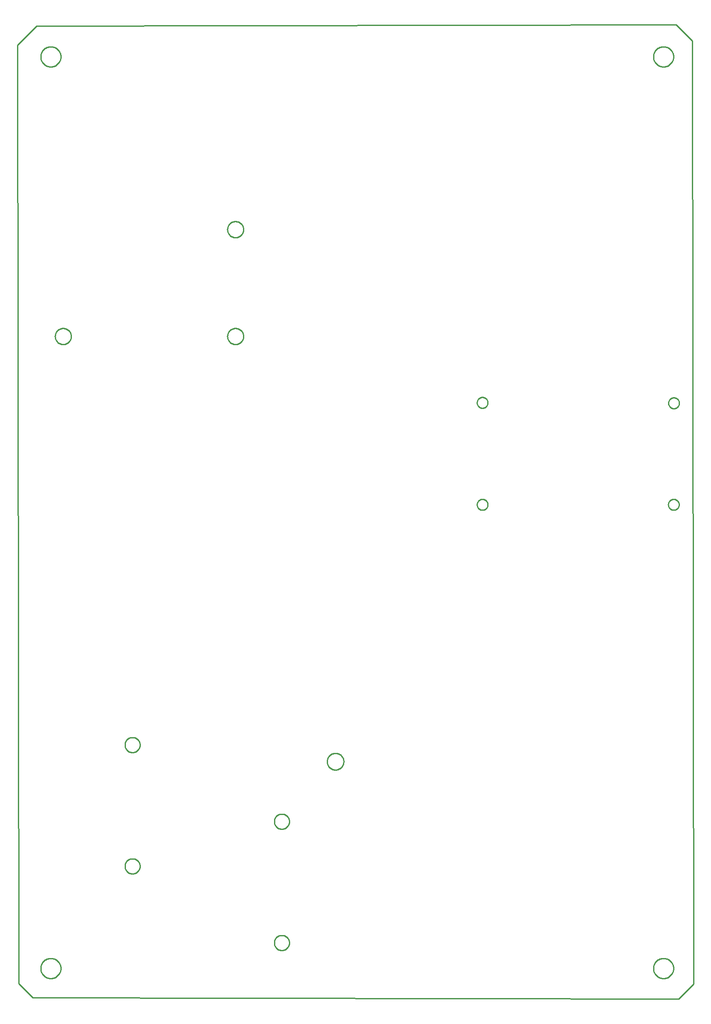
<source format=gbr>
G04 EAGLE Gerber RS-274X export*
G75*
%MOMM*%
%FSLAX34Y34*%
%LPD*%
%IN*%
%IPPOS*%
%AMOC8*
5,1,8,0,0,1.08239X$1,22.5*%
G01*
%ADD10C,0.254000*%


D10*
X-43130Y1836420D02*
X-40677Y-30431D01*
X-12654Y-58473D01*
X1272589Y-60904D01*
X1302221Y-31300D01*
X1299762Y1844820D01*
X1267581Y1876899D01*
X-5181Y1874492D01*
X-43130Y1836420D01*
X589820Y427990D02*
X590899Y427919D01*
X591971Y427778D01*
X593031Y427567D01*
X594075Y427288D01*
X595099Y426940D01*
X596097Y426526D01*
X597067Y426048D01*
X598003Y425508D01*
X598902Y424907D01*
X599759Y424249D01*
X600572Y423537D01*
X601337Y422772D01*
X602049Y421959D01*
X602707Y421102D01*
X603308Y420203D01*
X603848Y419267D01*
X604326Y418297D01*
X604740Y417299D01*
X605088Y416275D01*
X605367Y415231D01*
X605578Y414171D01*
X605719Y413099D01*
X605790Y412020D01*
X605790Y410940D01*
X605719Y409861D01*
X605578Y408789D01*
X605367Y407729D01*
X605088Y406685D01*
X604740Y405661D01*
X604326Y404663D01*
X603848Y403693D01*
X603308Y402757D01*
X602707Y401858D01*
X602049Y401001D01*
X601337Y400188D01*
X600572Y399424D01*
X599759Y398711D01*
X598902Y398053D01*
X598003Y397452D01*
X597067Y396912D01*
X596097Y396434D01*
X595099Y396020D01*
X594075Y395672D01*
X593031Y395393D01*
X591971Y395182D01*
X590899Y395041D01*
X589820Y394970D01*
X588740Y394970D01*
X587661Y395041D01*
X586589Y395182D01*
X585529Y395393D01*
X584485Y395672D01*
X583461Y396020D01*
X582463Y396434D01*
X581493Y396912D01*
X580557Y397452D01*
X579658Y398053D01*
X578801Y398711D01*
X577988Y399424D01*
X577224Y400188D01*
X576511Y401001D01*
X575853Y401858D01*
X575252Y402757D01*
X574712Y403693D01*
X574234Y404663D01*
X573820Y405661D01*
X573472Y406685D01*
X573193Y407729D01*
X572982Y408789D01*
X572841Y409861D01*
X572770Y410940D01*
X572770Y412020D01*
X572841Y413099D01*
X572982Y414171D01*
X573193Y415231D01*
X573472Y416275D01*
X573820Y417299D01*
X574234Y418297D01*
X574712Y419267D01*
X575252Y420203D01*
X575853Y421102D01*
X576511Y421959D01*
X577224Y422772D01*
X577988Y423537D01*
X578801Y424249D01*
X579658Y424907D01*
X580557Y425508D01*
X581493Y426048D01*
X582463Y426526D01*
X583461Y426940D01*
X584485Y427288D01*
X585529Y427567D01*
X586589Y427778D01*
X587661Y427919D01*
X588740Y427990D01*
X589820Y427990D01*
X200420Y202664D02*
X200344Y201596D01*
X200191Y200535D01*
X199963Y199488D01*
X199661Y198460D01*
X199287Y197456D01*
X198842Y196481D01*
X198328Y195541D01*
X197749Y194640D01*
X197107Y193782D01*
X196405Y192972D01*
X195648Y192215D01*
X194838Y191513D01*
X193980Y190871D01*
X193079Y190292D01*
X192139Y189778D01*
X191164Y189333D01*
X190160Y188959D01*
X189132Y188657D01*
X188085Y188429D01*
X187024Y188276D01*
X185956Y188200D01*
X184884Y188200D01*
X183816Y188276D01*
X182755Y188429D01*
X181708Y188657D01*
X180680Y188959D01*
X179676Y189333D01*
X178701Y189778D01*
X177761Y190292D01*
X176860Y190871D01*
X176002Y191513D01*
X175192Y192215D01*
X174435Y192972D01*
X173733Y193782D01*
X173091Y194640D01*
X172512Y195541D01*
X171998Y196481D01*
X171553Y197456D01*
X171179Y198460D01*
X170877Y199488D01*
X170649Y200535D01*
X170496Y201596D01*
X170420Y202664D01*
X170420Y203736D01*
X170496Y204804D01*
X170649Y205865D01*
X170877Y206912D01*
X171179Y207940D01*
X171553Y208944D01*
X171998Y209919D01*
X172512Y210859D01*
X173091Y211760D01*
X173733Y212618D01*
X174435Y213428D01*
X175192Y214185D01*
X176002Y214887D01*
X176860Y215529D01*
X177761Y216108D01*
X178701Y216622D01*
X179676Y217067D01*
X180680Y217441D01*
X181708Y217743D01*
X182755Y217971D01*
X183816Y218124D01*
X184884Y218200D01*
X185956Y218200D01*
X187024Y218124D01*
X188085Y217971D01*
X189132Y217743D01*
X190160Y217441D01*
X191164Y217067D01*
X192139Y216622D01*
X193079Y216108D01*
X193980Y215529D01*
X194838Y214887D01*
X195648Y214185D01*
X196405Y213428D01*
X197107Y212618D01*
X197749Y211760D01*
X198328Y210859D01*
X198842Y209919D01*
X199287Y208944D01*
X199661Y207940D01*
X199963Y206912D01*
X200191Y205865D01*
X200344Y204804D01*
X200420Y203736D01*
X200420Y202664D01*
X497600Y50264D02*
X497524Y49196D01*
X497371Y48135D01*
X497143Y47088D01*
X496841Y46060D01*
X496467Y45056D01*
X496022Y44081D01*
X495508Y43141D01*
X494929Y42240D01*
X494287Y41382D01*
X493585Y40572D01*
X492828Y39815D01*
X492018Y39113D01*
X491160Y38471D01*
X490259Y37892D01*
X489319Y37378D01*
X488344Y36933D01*
X487340Y36559D01*
X486312Y36257D01*
X485265Y36029D01*
X484204Y35876D01*
X483136Y35800D01*
X482064Y35800D01*
X480996Y35876D01*
X479935Y36029D01*
X478888Y36257D01*
X477860Y36559D01*
X476856Y36933D01*
X475881Y37378D01*
X474941Y37892D01*
X474040Y38471D01*
X473182Y39113D01*
X472372Y39815D01*
X471615Y40572D01*
X470913Y41382D01*
X470271Y42240D01*
X469692Y43141D01*
X469178Y44081D01*
X468733Y45056D01*
X468359Y46060D01*
X468057Y47088D01*
X467829Y48135D01*
X467676Y49196D01*
X467600Y50264D01*
X467600Y51336D01*
X467676Y52404D01*
X467829Y53465D01*
X468057Y54512D01*
X468359Y55540D01*
X468733Y56544D01*
X469178Y57519D01*
X469692Y58459D01*
X470271Y59360D01*
X470913Y60218D01*
X471615Y61028D01*
X472372Y61785D01*
X473182Y62487D01*
X474040Y63129D01*
X474941Y63708D01*
X475881Y64222D01*
X476856Y64667D01*
X477860Y65041D01*
X478888Y65343D01*
X479935Y65571D01*
X480996Y65724D01*
X482064Y65800D01*
X483136Y65800D01*
X484204Y65724D01*
X485265Y65571D01*
X486312Y65343D01*
X487340Y65041D01*
X488344Y64667D01*
X489319Y64222D01*
X490259Y63708D01*
X491160Y63129D01*
X492018Y62487D01*
X492828Y61785D01*
X493585Y61028D01*
X494287Y60218D01*
X494929Y59360D01*
X495508Y58459D01*
X496022Y57519D01*
X496467Y56544D01*
X496841Y55540D01*
X497143Y54512D01*
X497371Y53465D01*
X497524Y52404D01*
X497600Y51336D01*
X497600Y50264D01*
X200420Y443964D02*
X200344Y442896D01*
X200191Y441835D01*
X199963Y440788D01*
X199661Y439760D01*
X199287Y438756D01*
X198842Y437781D01*
X198328Y436841D01*
X197749Y435940D01*
X197107Y435082D01*
X196405Y434272D01*
X195648Y433515D01*
X194838Y432813D01*
X193980Y432171D01*
X193079Y431592D01*
X192139Y431078D01*
X191164Y430633D01*
X190160Y430259D01*
X189132Y429957D01*
X188085Y429729D01*
X187024Y429576D01*
X185956Y429500D01*
X184884Y429500D01*
X183816Y429576D01*
X182755Y429729D01*
X181708Y429957D01*
X180680Y430259D01*
X179676Y430633D01*
X178701Y431078D01*
X177761Y431592D01*
X176860Y432171D01*
X176002Y432813D01*
X175192Y433515D01*
X174435Y434272D01*
X173733Y435082D01*
X173091Y435940D01*
X172512Y436841D01*
X171998Y437781D01*
X171553Y438756D01*
X171179Y439760D01*
X170877Y440788D01*
X170649Y441835D01*
X170496Y442896D01*
X170420Y443964D01*
X170420Y445036D01*
X170496Y446104D01*
X170649Y447165D01*
X170877Y448212D01*
X171179Y449240D01*
X171553Y450244D01*
X171998Y451219D01*
X172512Y452159D01*
X173091Y453060D01*
X173733Y453918D01*
X174435Y454728D01*
X175192Y455485D01*
X176002Y456187D01*
X176860Y456829D01*
X177761Y457408D01*
X178701Y457922D01*
X179676Y458367D01*
X180680Y458741D01*
X181708Y459043D01*
X182755Y459271D01*
X183816Y459424D01*
X184884Y459500D01*
X185956Y459500D01*
X187024Y459424D01*
X188085Y459271D01*
X189132Y459043D01*
X190160Y458741D01*
X191164Y458367D01*
X192139Y457922D01*
X193079Y457408D01*
X193980Y456829D01*
X194838Y456187D01*
X195648Y455485D01*
X196405Y454728D01*
X197107Y453918D01*
X197749Y453060D01*
X198328Y452159D01*
X198842Y451219D01*
X199287Y450244D01*
X199661Y449240D01*
X199963Y448212D01*
X200191Y447165D01*
X200344Y446104D01*
X200420Y445036D01*
X200420Y443964D01*
X497600Y291564D02*
X497524Y290496D01*
X497371Y289435D01*
X497143Y288388D01*
X496841Y287360D01*
X496467Y286356D01*
X496022Y285381D01*
X495508Y284441D01*
X494929Y283540D01*
X494287Y282682D01*
X493585Y281872D01*
X492828Y281115D01*
X492018Y280413D01*
X491160Y279771D01*
X490259Y279192D01*
X489319Y278678D01*
X488344Y278233D01*
X487340Y277859D01*
X486312Y277557D01*
X485265Y277329D01*
X484204Y277176D01*
X483136Y277100D01*
X482064Y277100D01*
X480996Y277176D01*
X479935Y277329D01*
X478888Y277557D01*
X477860Y277859D01*
X476856Y278233D01*
X475881Y278678D01*
X474941Y279192D01*
X474040Y279771D01*
X473182Y280413D01*
X472372Y281115D01*
X471615Y281872D01*
X470913Y282682D01*
X470271Y283540D01*
X469692Y284441D01*
X469178Y285381D01*
X468733Y286356D01*
X468359Y287360D01*
X468057Y288388D01*
X467829Y289435D01*
X467676Y290496D01*
X467600Y291564D01*
X467600Y292636D01*
X467676Y293704D01*
X467829Y294765D01*
X468057Y295812D01*
X468359Y296840D01*
X468733Y297844D01*
X469178Y298819D01*
X469692Y299759D01*
X470271Y300660D01*
X470913Y301518D01*
X471615Y302328D01*
X472372Y303085D01*
X473182Y303787D01*
X474040Y304429D01*
X474941Y305008D01*
X475881Y305522D01*
X476856Y305967D01*
X477860Y306341D01*
X478888Y306643D01*
X479935Y306871D01*
X480996Y307024D01*
X482064Y307100D01*
X483136Y307100D01*
X484204Y307024D01*
X485265Y306871D01*
X486312Y306643D01*
X487340Y306341D01*
X488344Y305967D01*
X489319Y305522D01*
X490259Y305008D01*
X491160Y304429D01*
X492018Y303787D01*
X492828Y303085D01*
X493585Y302328D01*
X494287Y301518D01*
X494929Y300660D01*
X495508Y299759D01*
X496022Y298819D01*
X496467Y297844D01*
X496841Y296840D01*
X497143Y295812D01*
X497371Y294765D01*
X497524Y293704D01*
X497600Y292636D01*
X497600Y291564D01*
X374400Y1257824D02*
X374469Y1258869D01*
X374605Y1259908D01*
X374810Y1260935D01*
X375081Y1261947D01*
X375417Y1262939D01*
X375818Y1263907D01*
X376282Y1264846D01*
X376806Y1265754D01*
X377388Y1266625D01*
X378025Y1267456D01*
X378716Y1268243D01*
X379457Y1268984D01*
X380244Y1269675D01*
X381075Y1270313D01*
X381946Y1270895D01*
X382854Y1271418D01*
X383793Y1271882D01*
X384761Y1272283D01*
X385753Y1272619D01*
X386765Y1272890D01*
X387792Y1273095D01*
X388831Y1273232D01*
X389876Y1273300D01*
X390924Y1273300D01*
X391969Y1273232D01*
X393008Y1273095D01*
X394035Y1272890D01*
X395047Y1272619D01*
X396039Y1272283D01*
X397007Y1271882D01*
X397946Y1271418D01*
X398854Y1270895D01*
X399725Y1270313D01*
X400556Y1269675D01*
X401343Y1268984D01*
X402084Y1268243D01*
X402775Y1267456D01*
X403413Y1266625D01*
X403995Y1265754D01*
X404518Y1264846D01*
X404982Y1263907D01*
X405383Y1262939D01*
X405719Y1261947D01*
X405990Y1260935D01*
X406195Y1259908D01*
X406332Y1258869D01*
X406400Y1257824D01*
X406400Y1256776D01*
X406332Y1255731D01*
X406195Y1254692D01*
X405990Y1253665D01*
X405719Y1252653D01*
X405383Y1251661D01*
X404982Y1250693D01*
X404518Y1249754D01*
X403995Y1248846D01*
X403413Y1247975D01*
X402775Y1247144D01*
X402084Y1246357D01*
X401343Y1245616D01*
X400556Y1244925D01*
X399725Y1244288D01*
X398854Y1243706D01*
X397946Y1243182D01*
X397007Y1242718D01*
X396039Y1242317D01*
X395047Y1241981D01*
X394035Y1241710D01*
X393008Y1241505D01*
X391969Y1241369D01*
X390924Y1241300D01*
X389876Y1241300D01*
X388831Y1241369D01*
X387792Y1241505D01*
X386765Y1241710D01*
X385753Y1241981D01*
X384761Y1242317D01*
X383793Y1242718D01*
X382854Y1243182D01*
X381946Y1243706D01*
X381075Y1244288D01*
X380244Y1244925D01*
X379457Y1245616D01*
X378716Y1246357D01*
X378025Y1247144D01*
X377388Y1247975D01*
X376806Y1248846D01*
X376282Y1249754D01*
X375818Y1250693D01*
X375417Y1251661D01*
X375081Y1252653D01*
X374810Y1253665D01*
X374605Y1254692D01*
X374469Y1255731D01*
X374400Y1256776D01*
X374400Y1257824D01*
X374400Y1470424D02*
X374469Y1471469D01*
X374605Y1472508D01*
X374810Y1473535D01*
X375081Y1474547D01*
X375417Y1475539D01*
X375818Y1476507D01*
X376282Y1477446D01*
X376806Y1478354D01*
X377388Y1479225D01*
X378025Y1480056D01*
X378716Y1480843D01*
X379457Y1481584D01*
X380244Y1482275D01*
X381075Y1482913D01*
X381946Y1483495D01*
X382854Y1484018D01*
X383793Y1484482D01*
X384761Y1484883D01*
X385753Y1485219D01*
X386765Y1485490D01*
X387792Y1485695D01*
X388831Y1485832D01*
X389876Y1485900D01*
X390924Y1485900D01*
X391969Y1485832D01*
X393008Y1485695D01*
X394035Y1485490D01*
X395047Y1485219D01*
X396039Y1484883D01*
X397007Y1484482D01*
X397946Y1484018D01*
X398854Y1483495D01*
X399725Y1482913D01*
X400556Y1482275D01*
X401343Y1481584D01*
X402084Y1480843D01*
X402775Y1480056D01*
X403413Y1479225D01*
X403995Y1478354D01*
X404518Y1477446D01*
X404982Y1476507D01*
X405383Y1475539D01*
X405719Y1474547D01*
X405990Y1473535D01*
X406195Y1472508D01*
X406332Y1471469D01*
X406400Y1470424D01*
X406400Y1469376D01*
X406332Y1468331D01*
X406195Y1467292D01*
X405990Y1466265D01*
X405719Y1465253D01*
X405383Y1464261D01*
X404982Y1463293D01*
X404518Y1462354D01*
X403995Y1461446D01*
X403413Y1460575D01*
X402775Y1459744D01*
X402084Y1458957D01*
X401343Y1458216D01*
X400556Y1457525D01*
X399725Y1456888D01*
X398854Y1456306D01*
X397946Y1455782D01*
X397007Y1455318D01*
X396039Y1454917D01*
X395047Y1454581D01*
X394035Y1454310D01*
X393008Y1454105D01*
X391969Y1453969D01*
X390924Y1453900D01*
X389876Y1453900D01*
X388831Y1453969D01*
X387792Y1454105D01*
X386765Y1454310D01*
X385753Y1454581D01*
X384761Y1454917D01*
X383793Y1455318D01*
X382854Y1455782D01*
X381946Y1456306D01*
X381075Y1456888D01*
X380244Y1457525D01*
X379457Y1458216D01*
X378716Y1458957D01*
X378025Y1459744D01*
X377388Y1460575D01*
X376806Y1461446D01*
X376282Y1462354D01*
X375818Y1463293D01*
X375417Y1464261D01*
X375081Y1465253D01*
X374810Y1466265D01*
X374605Y1467292D01*
X374469Y1468331D01*
X374400Y1469376D01*
X374400Y1470424D01*
X31500Y1257824D02*
X31569Y1258869D01*
X31705Y1259908D01*
X31910Y1260935D01*
X32181Y1261947D01*
X32517Y1262939D01*
X32918Y1263907D01*
X33382Y1264846D01*
X33906Y1265754D01*
X34488Y1266625D01*
X35125Y1267456D01*
X35816Y1268243D01*
X36557Y1268984D01*
X37344Y1269675D01*
X38175Y1270313D01*
X39046Y1270895D01*
X39954Y1271418D01*
X40893Y1271882D01*
X41861Y1272283D01*
X42853Y1272619D01*
X43865Y1272890D01*
X44892Y1273095D01*
X45931Y1273232D01*
X46976Y1273300D01*
X48024Y1273300D01*
X49069Y1273232D01*
X50108Y1273095D01*
X51135Y1272890D01*
X52147Y1272619D01*
X53139Y1272283D01*
X54107Y1271882D01*
X55046Y1271418D01*
X55954Y1270895D01*
X56825Y1270313D01*
X57656Y1269675D01*
X58443Y1268984D01*
X59184Y1268243D01*
X59875Y1267456D01*
X60513Y1266625D01*
X61095Y1265754D01*
X61618Y1264846D01*
X62082Y1263907D01*
X62483Y1262939D01*
X62819Y1261947D01*
X63090Y1260935D01*
X63295Y1259908D01*
X63432Y1258869D01*
X63500Y1257824D01*
X63500Y1256776D01*
X63432Y1255731D01*
X63295Y1254692D01*
X63090Y1253665D01*
X62819Y1252653D01*
X62483Y1251661D01*
X62082Y1250693D01*
X61618Y1249754D01*
X61095Y1248846D01*
X60513Y1247975D01*
X59875Y1247144D01*
X59184Y1246357D01*
X58443Y1245616D01*
X57656Y1244925D01*
X56825Y1244288D01*
X55954Y1243706D01*
X55046Y1243182D01*
X54107Y1242718D01*
X53139Y1242317D01*
X52147Y1241981D01*
X51135Y1241710D01*
X50108Y1241505D01*
X49069Y1241369D01*
X48024Y1241300D01*
X46976Y1241300D01*
X45931Y1241369D01*
X44892Y1241505D01*
X43865Y1241710D01*
X42853Y1241981D01*
X41861Y1242317D01*
X40893Y1242718D01*
X39954Y1243182D01*
X39046Y1243706D01*
X38175Y1244288D01*
X37344Y1244925D01*
X36557Y1245616D01*
X35816Y1246357D01*
X35125Y1247144D01*
X34488Y1247975D01*
X33906Y1248846D01*
X33382Y1249754D01*
X32918Y1250693D01*
X32517Y1251661D01*
X32181Y1252653D01*
X31910Y1253665D01*
X31705Y1254692D01*
X31569Y1255731D01*
X31500Y1256776D01*
X31500Y1257824D01*
X1262060Y1812956D02*
X1261987Y1811749D01*
X1261841Y1810549D01*
X1261623Y1809360D01*
X1261334Y1808187D01*
X1260975Y1807033D01*
X1260546Y1805903D01*
X1260050Y1804801D01*
X1259488Y1803730D01*
X1258863Y1802696D01*
X1258176Y1801701D01*
X1257431Y1800750D01*
X1256629Y1799845D01*
X1255775Y1798991D01*
X1254870Y1798189D01*
X1253919Y1797444D01*
X1252924Y1796757D01*
X1251890Y1796132D01*
X1250819Y1795570D01*
X1249717Y1795074D01*
X1248587Y1794645D01*
X1247433Y1794286D01*
X1246260Y1793997D01*
X1245071Y1793779D01*
X1243871Y1793633D01*
X1242664Y1793560D01*
X1241456Y1793560D01*
X1240249Y1793633D01*
X1239049Y1793779D01*
X1237860Y1793997D01*
X1236687Y1794286D01*
X1235533Y1794645D01*
X1234403Y1795074D01*
X1233301Y1795570D01*
X1232230Y1796132D01*
X1231196Y1796757D01*
X1230201Y1797444D01*
X1229250Y1798189D01*
X1228345Y1798991D01*
X1227491Y1799845D01*
X1226689Y1800750D01*
X1225944Y1801701D01*
X1225257Y1802696D01*
X1224632Y1803730D01*
X1224070Y1804801D01*
X1223574Y1805903D01*
X1223145Y1807033D01*
X1222786Y1808187D01*
X1222497Y1809360D01*
X1222279Y1810549D01*
X1222133Y1811749D01*
X1222060Y1812956D01*
X1222060Y1814164D01*
X1222133Y1815371D01*
X1222279Y1816571D01*
X1222497Y1817760D01*
X1222786Y1818933D01*
X1223145Y1820087D01*
X1223574Y1821217D01*
X1224070Y1822319D01*
X1224632Y1823390D01*
X1225257Y1824424D01*
X1225944Y1825419D01*
X1226689Y1826370D01*
X1227491Y1827275D01*
X1228345Y1828129D01*
X1229250Y1828931D01*
X1230201Y1829676D01*
X1231196Y1830363D01*
X1232230Y1830988D01*
X1233301Y1831550D01*
X1234403Y1832046D01*
X1235533Y1832475D01*
X1236687Y1832834D01*
X1237860Y1833123D01*
X1239049Y1833341D01*
X1240249Y1833487D01*
X1241456Y1833560D01*
X1242664Y1833560D01*
X1243871Y1833487D01*
X1245071Y1833341D01*
X1246260Y1833123D01*
X1247433Y1832834D01*
X1248587Y1832475D01*
X1249717Y1832046D01*
X1250819Y1831550D01*
X1251890Y1830988D01*
X1252924Y1830363D01*
X1253919Y1829676D01*
X1254870Y1828931D01*
X1255775Y1828129D01*
X1256629Y1827275D01*
X1257431Y1826370D01*
X1258176Y1825419D01*
X1258863Y1824424D01*
X1259488Y1823390D01*
X1260050Y1822319D01*
X1260546Y1821217D01*
X1260975Y1820087D01*
X1261334Y1818933D01*
X1261623Y1817760D01*
X1261841Y1816571D01*
X1261987Y1815371D01*
X1262060Y1814164D01*
X1262060Y1812956D01*
X42860Y-604D02*
X42787Y-1811D01*
X42641Y-3011D01*
X42423Y-4200D01*
X42134Y-5373D01*
X41775Y-6527D01*
X41346Y-7657D01*
X40850Y-8759D01*
X40288Y-9830D01*
X39663Y-10864D01*
X38976Y-11859D01*
X38231Y-12810D01*
X37429Y-13715D01*
X36575Y-14569D01*
X35670Y-15371D01*
X34719Y-16116D01*
X33724Y-16803D01*
X32690Y-17428D01*
X31619Y-17990D01*
X30517Y-18486D01*
X29387Y-18915D01*
X28233Y-19274D01*
X27060Y-19563D01*
X25871Y-19781D01*
X24671Y-19927D01*
X23464Y-20000D01*
X22256Y-20000D01*
X21049Y-19927D01*
X19849Y-19781D01*
X18660Y-19563D01*
X17487Y-19274D01*
X16333Y-18915D01*
X15203Y-18486D01*
X14101Y-17990D01*
X13030Y-17428D01*
X11996Y-16803D01*
X11001Y-16116D01*
X10050Y-15371D01*
X9145Y-14569D01*
X8291Y-13715D01*
X7489Y-12810D01*
X6744Y-11859D01*
X6057Y-10864D01*
X5432Y-9830D01*
X4870Y-8759D01*
X4374Y-7657D01*
X3945Y-6527D01*
X3586Y-5373D01*
X3297Y-4200D01*
X3079Y-3011D01*
X2933Y-1811D01*
X2860Y-604D01*
X2860Y604D01*
X2933Y1811D01*
X3079Y3011D01*
X3297Y4200D01*
X3586Y5373D01*
X3945Y6527D01*
X4374Y7657D01*
X4870Y8759D01*
X5432Y9830D01*
X6057Y10864D01*
X6744Y11859D01*
X7489Y12810D01*
X8291Y13715D01*
X9145Y14569D01*
X10050Y15371D01*
X11001Y16116D01*
X11996Y16803D01*
X13030Y17428D01*
X14101Y17990D01*
X15203Y18486D01*
X16333Y18915D01*
X17487Y19274D01*
X18660Y19563D01*
X19849Y19781D01*
X21049Y19927D01*
X22256Y20000D01*
X23464Y20000D01*
X24671Y19927D01*
X25871Y19781D01*
X27060Y19563D01*
X28233Y19274D01*
X29387Y18915D01*
X30517Y18486D01*
X31619Y17990D01*
X32690Y17428D01*
X33724Y16803D01*
X34719Y16116D01*
X35670Y15371D01*
X36575Y14569D01*
X37429Y13715D01*
X38231Y12810D01*
X38976Y11859D01*
X39663Y10864D01*
X40288Y9830D01*
X40850Y8759D01*
X41346Y7657D01*
X41775Y6527D01*
X42134Y5373D01*
X42423Y4200D01*
X42641Y3011D01*
X42787Y1811D01*
X42860Y604D01*
X42860Y-604D01*
X1262060Y-604D02*
X1261987Y-1811D01*
X1261841Y-3011D01*
X1261623Y-4200D01*
X1261334Y-5373D01*
X1260975Y-6527D01*
X1260546Y-7657D01*
X1260050Y-8759D01*
X1259488Y-9830D01*
X1258863Y-10864D01*
X1258176Y-11859D01*
X1257431Y-12810D01*
X1256629Y-13715D01*
X1255775Y-14569D01*
X1254870Y-15371D01*
X1253919Y-16116D01*
X1252924Y-16803D01*
X1251890Y-17428D01*
X1250819Y-17990D01*
X1249717Y-18486D01*
X1248587Y-18915D01*
X1247433Y-19274D01*
X1246260Y-19563D01*
X1245071Y-19781D01*
X1243871Y-19927D01*
X1242664Y-20000D01*
X1241456Y-20000D01*
X1240249Y-19927D01*
X1239049Y-19781D01*
X1237860Y-19563D01*
X1236687Y-19274D01*
X1235533Y-18915D01*
X1234403Y-18486D01*
X1233301Y-17990D01*
X1232230Y-17428D01*
X1231196Y-16803D01*
X1230201Y-16116D01*
X1229250Y-15371D01*
X1228345Y-14569D01*
X1227491Y-13715D01*
X1226689Y-12810D01*
X1225944Y-11859D01*
X1225257Y-10864D01*
X1224632Y-9830D01*
X1224070Y-8759D01*
X1223574Y-7657D01*
X1223145Y-6527D01*
X1222786Y-5373D01*
X1222497Y-4200D01*
X1222279Y-3011D01*
X1222133Y-1811D01*
X1222060Y-604D01*
X1222060Y604D01*
X1222133Y1811D01*
X1222279Y3011D01*
X1222497Y4200D01*
X1222786Y5373D01*
X1223145Y6527D01*
X1223574Y7657D01*
X1224070Y8759D01*
X1224632Y9830D01*
X1225257Y10864D01*
X1225944Y11859D01*
X1226689Y12810D01*
X1227491Y13715D01*
X1228345Y14569D01*
X1229250Y15371D01*
X1230201Y16116D01*
X1231196Y16803D01*
X1232230Y17428D01*
X1233301Y17990D01*
X1234403Y18486D01*
X1235533Y18915D01*
X1236687Y19274D01*
X1237860Y19563D01*
X1239049Y19781D01*
X1240249Y19927D01*
X1241456Y20000D01*
X1242664Y20000D01*
X1243871Y19927D01*
X1245071Y19781D01*
X1246260Y19563D01*
X1247433Y19274D01*
X1248587Y18915D01*
X1249717Y18486D01*
X1250819Y17990D01*
X1251890Y17428D01*
X1252924Y16803D01*
X1253919Y16116D01*
X1254870Y15371D01*
X1255775Y14569D01*
X1256629Y13715D01*
X1257431Y12810D01*
X1258176Y11859D01*
X1258863Y10864D01*
X1259488Y9830D01*
X1260050Y8759D01*
X1260546Y7657D01*
X1260975Y6527D01*
X1261334Y5373D01*
X1261623Y4200D01*
X1261841Y3011D01*
X1261987Y1811D01*
X1262060Y604D01*
X1262060Y-604D01*
X42860Y1812956D02*
X42787Y1811749D01*
X42641Y1810549D01*
X42423Y1809360D01*
X42134Y1808187D01*
X41775Y1807033D01*
X41346Y1805903D01*
X40850Y1804801D01*
X40288Y1803730D01*
X39663Y1802696D01*
X38976Y1801701D01*
X38231Y1800750D01*
X37429Y1799845D01*
X36575Y1798991D01*
X35670Y1798189D01*
X34719Y1797444D01*
X33724Y1796757D01*
X32690Y1796132D01*
X31619Y1795570D01*
X30517Y1795074D01*
X29387Y1794645D01*
X28233Y1794286D01*
X27060Y1793997D01*
X25871Y1793779D01*
X24671Y1793633D01*
X23464Y1793560D01*
X22256Y1793560D01*
X21049Y1793633D01*
X19849Y1793779D01*
X18660Y1793997D01*
X17487Y1794286D01*
X16333Y1794645D01*
X15203Y1795074D01*
X14101Y1795570D01*
X13030Y1796132D01*
X11996Y1796757D01*
X11001Y1797444D01*
X10050Y1798189D01*
X9145Y1798991D01*
X8291Y1799845D01*
X7489Y1800750D01*
X6744Y1801701D01*
X6057Y1802696D01*
X5432Y1803730D01*
X4870Y1804801D01*
X4374Y1805903D01*
X3945Y1807033D01*
X3586Y1808187D01*
X3297Y1809360D01*
X3079Y1810549D01*
X2933Y1811749D01*
X2860Y1812956D01*
X2860Y1814164D01*
X2933Y1815371D01*
X3079Y1816571D01*
X3297Y1817760D01*
X3586Y1818933D01*
X3945Y1820087D01*
X4374Y1821217D01*
X4870Y1822319D01*
X5432Y1823390D01*
X6057Y1824424D01*
X6744Y1825419D01*
X7489Y1826370D01*
X8291Y1827275D01*
X9145Y1828129D01*
X10050Y1828931D01*
X11001Y1829676D01*
X11996Y1830363D01*
X13030Y1830988D01*
X14101Y1831550D01*
X15203Y1832046D01*
X16333Y1832475D01*
X17487Y1832834D01*
X18660Y1833123D01*
X19849Y1833341D01*
X21049Y1833487D01*
X22256Y1833560D01*
X23464Y1833560D01*
X24671Y1833487D01*
X25871Y1833341D01*
X27060Y1833123D01*
X28233Y1832834D01*
X29387Y1832475D01*
X30517Y1832046D01*
X31619Y1831550D01*
X32690Y1830988D01*
X33724Y1830363D01*
X34719Y1829676D01*
X35670Y1828931D01*
X36575Y1828129D01*
X37429Y1827275D01*
X38231Y1826370D01*
X38976Y1825419D01*
X39663Y1824424D01*
X40288Y1823390D01*
X40850Y1822319D01*
X41346Y1821217D01*
X41775Y1820087D01*
X42134Y1818933D01*
X42423Y1817760D01*
X42641Y1816571D01*
X42787Y1815371D01*
X42860Y1814164D01*
X42860Y1812956D01*
X1273050Y922118D02*
X1272984Y921276D01*
X1272852Y920441D01*
X1272654Y919620D01*
X1272393Y918816D01*
X1272070Y918036D01*
X1271687Y917283D01*
X1271245Y916563D01*
X1270749Y915880D01*
X1270200Y915237D01*
X1269603Y914640D01*
X1268960Y914091D01*
X1268277Y913595D01*
X1267557Y913153D01*
X1266804Y912770D01*
X1266024Y912447D01*
X1265220Y912186D01*
X1264399Y911988D01*
X1263565Y911856D01*
X1262722Y911790D01*
X1261878Y911790D01*
X1261036Y911856D01*
X1260201Y911988D01*
X1259380Y912186D01*
X1258576Y912447D01*
X1257796Y912770D01*
X1257043Y913153D01*
X1256323Y913595D01*
X1255640Y914091D01*
X1254997Y914640D01*
X1254400Y915237D01*
X1253851Y915880D01*
X1253355Y916563D01*
X1252913Y917283D01*
X1252530Y918036D01*
X1252207Y918816D01*
X1251946Y919620D01*
X1251748Y920441D01*
X1251616Y921276D01*
X1251550Y922118D01*
X1251550Y922962D01*
X1251616Y923805D01*
X1251748Y924639D01*
X1251946Y925460D01*
X1252207Y926264D01*
X1252530Y927044D01*
X1252913Y927797D01*
X1253355Y928517D01*
X1253851Y929200D01*
X1254400Y929843D01*
X1254997Y930440D01*
X1255640Y930989D01*
X1256323Y931485D01*
X1257043Y931927D01*
X1257796Y932310D01*
X1258576Y932633D01*
X1259380Y932894D01*
X1260201Y933092D01*
X1261036Y933224D01*
X1261878Y933290D01*
X1262722Y933290D01*
X1263565Y933224D01*
X1264399Y933092D01*
X1265220Y932894D01*
X1266024Y932633D01*
X1266804Y932310D01*
X1267557Y931927D01*
X1268277Y931485D01*
X1268960Y930989D01*
X1269603Y930440D01*
X1270200Y929843D01*
X1270749Y929200D01*
X1271245Y928517D01*
X1271687Y927797D01*
X1272070Y927044D01*
X1272393Y926264D01*
X1272654Y925460D01*
X1272852Y924639D01*
X1272984Y923805D01*
X1273050Y922962D01*
X1273050Y922118D01*
X1273420Y1124128D02*
X1273354Y1123286D01*
X1273222Y1122451D01*
X1273024Y1121630D01*
X1272763Y1120826D01*
X1272440Y1120046D01*
X1272057Y1119293D01*
X1271615Y1118573D01*
X1271119Y1117890D01*
X1270570Y1117247D01*
X1269973Y1116650D01*
X1269330Y1116101D01*
X1268647Y1115605D01*
X1267927Y1115163D01*
X1267174Y1114780D01*
X1266394Y1114457D01*
X1265590Y1114196D01*
X1264769Y1113998D01*
X1263935Y1113866D01*
X1263092Y1113800D01*
X1262248Y1113800D01*
X1261406Y1113866D01*
X1260571Y1113998D01*
X1259750Y1114196D01*
X1258946Y1114457D01*
X1258166Y1114780D01*
X1257413Y1115163D01*
X1256693Y1115605D01*
X1256010Y1116101D01*
X1255367Y1116650D01*
X1254770Y1117247D01*
X1254221Y1117890D01*
X1253725Y1118573D01*
X1253283Y1119293D01*
X1252900Y1120046D01*
X1252577Y1120826D01*
X1252316Y1121630D01*
X1252118Y1122451D01*
X1251986Y1123286D01*
X1251920Y1124128D01*
X1251920Y1124972D01*
X1251986Y1125815D01*
X1252118Y1126649D01*
X1252316Y1127470D01*
X1252577Y1128274D01*
X1252900Y1129054D01*
X1253283Y1129807D01*
X1253725Y1130527D01*
X1254221Y1131210D01*
X1254770Y1131853D01*
X1255367Y1132450D01*
X1256010Y1132999D01*
X1256693Y1133495D01*
X1257413Y1133937D01*
X1258166Y1134320D01*
X1258946Y1134643D01*
X1259750Y1134904D01*
X1260571Y1135102D01*
X1261406Y1135234D01*
X1262248Y1135300D01*
X1263092Y1135300D01*
X1263935Y1135234D01*
X1264769Y1135102D01*
X1265590Y1134904D01*
X1266394Y1134643D01*
X1267174Y1134320D01*
X1267927Y1133937D01*
X1268647Y1133495D01*
X1269330Y1132999D01*
X1269973Y1132450D01*
X1270570Y1131853D01*
X1271119Y1131210D01*
X1271615Y1130527D01*
X1272057Y1129807D01*
X1272440Y1129054D01*
X1272763Y1128274D01*
X1273024Y1127470D01*
X1273222Y1126649D01*
X1273354Y1125815D01*
X1273420Y1124972D01*
X1273420Y1124128D01*
X892550Y922058D02*
X892484Y921216D01*
X892352Y920381D01*
X892154Y919560D01*
X891893Y918756D01*
X891570Y917976D01*
X891187Y917223D01*
X890745Y916503D01*
X890249Y915820D01*
X889700Y915177D01*
X889103Y914580D01*
X888460Y914031D01*
X887777Y913535D01*
X887057Y913093D01*
X886304Y912710D01*
X885524Y912387D01*
X884720Y912126D01*
X883899Y911928D01*
X883065Y911796D01*
X882222Y911730D01*
X881378Y911730D01*
X880536Y911796D01*
X879701Y911928D01*
X878880Y912126D01*
X878076Y912387D01*
X877296Y912710D01*
X876543Y913093D01*
X875823Y913535D01*
X875140Y914031D01*
X874497Y914580D01*
X873900Y915177D01*
X873351Y915820D01*
X872855Y916503D01*
X872413Y917223D01*
X872030Y917976D01*
X871707Y918756D01*
X871446Y919560D01*
X871248Y920381D01*
X871116Y921216D01*
X871050Y922058D01*
X871050Y922902D01*
X871116Y923745D01*
X871248Y924579D01*
X871446Y925400D01*
X871707Y926204D01*
X872030Y926984D01*
X872413Y927737D01*
X872855Y928457D01*
X873351Y929140D01*
X873900Y929783D01*
X874497Y930380D01*
X875140Y930929D01*
X875823Y931425D01*
X876543Y931867D01*
X877296Y932250D01*
X878076Y932573D01*
X878880Y932834D01*
X879701Y933032D01*
X880536Y933164D01*
X881378Y933230D01*
X882222Y933230D01*
X883065Y933164D01*
X883899Y933032D01*
X884720Y932834D01*
X885524Y932573D01*
X886304Y932250D01*
X887057Y931867D01*
X887777Y931425D01*
X888460Y930929D01*
X889103Y930380D01*
X889700Y929783D01*
X890249Y929140D01*
X890745Y928457D01*
X891187Y927737D01*
X891570Y926984D01*
X891893Y926204D01*
X892154Y925400D01*
X892352Y924579D01*
X892484Y923745D01*
X892550Y922902D01*
X892550Y922058D01*
X892550Y1124938D02*
X892484Y1124096D01*
X892352Y1123261D01*
X892154Y1122440D01*
X891893Y1121636D01*
X891570Y1120856D01*
X891187Y1120103D01*
X890745Y1119383D01*
X890249Y1118700D01*
X889700Y1118057D01*
X889103Y1117460D01*
X888460Y1116911D01*
X887777Y1116415D01*
X887057Y1115973D01*
X886304Y1115590D01*
X885524Y1115267D01*
X884720Y1115006D01*
X883899Y1114808D01*
X883065Y1114676D01*
X882222Y1114610D01*
X881378Y1114610D01*
X880536Y1114676D01*
X879701Y1114808D01*
X878880Y1115006D01*
X878076Y1115267D01*
X877296Y1115590D01*
X876543Y1115973D01*
X875823Y1116415D01*
X875140Y1116911D01*
X874497Y1117460D01*
X873900Y1118057D01*
X873351Y1118700D01*
X872855Y1119383D01*
X872413Y1120103D01*
X872030Y1120856D01*
X871707Y1121636D01*
X871446Y1122440D01*
X871248Y1123261D01*
X871116Y1124096D01*
X871050Y1124938D01*
X871050Y1125782D01*
X871116Y1126625D01*
X871248Y1127459D01*
X871446Y1128280D01*
X871707Y1129084D01*
X872030Y1129864D01*
X872413Y1130617D01*
X872855Y1131337D01*
X873351Y1132020D01*
X873900Y1132663D01*
X874497Y1133260D01*
X875140Y1133809D01*
X875823Y1134305D01*
X876543Y1134747D01*
X877296Y1135130D01*
X878076Y1135453D01*
X878880Y1135714D01*
X879701Y1135912D01*
X880536Y1136044D01*
X881378Y1136110D01*
X882222Y1136110D01*
X883065Y1136044D01*
X883899Y1135912D01*
X884720Y1135714D01*
X885524Y1135453D01*
X886304Y1135130D01*
X887057Y1134747D01*
X887777Y1134305D01*
X888460Y1133809D01*
X889103Y1133260D01*
X889700Y1132663D01*
X890249Y1132020D01*
X890745Y1131337D01*
X891187Y1130617D01*
X891570Y1129864D01*
X891893Y1129084D01*
X892154Y1128280D01*
X892352Y1127459D01*
X892484Y1126625D01*
X892550Y1125782D01*
X892550Y1124938D01*
M02*

</source>
